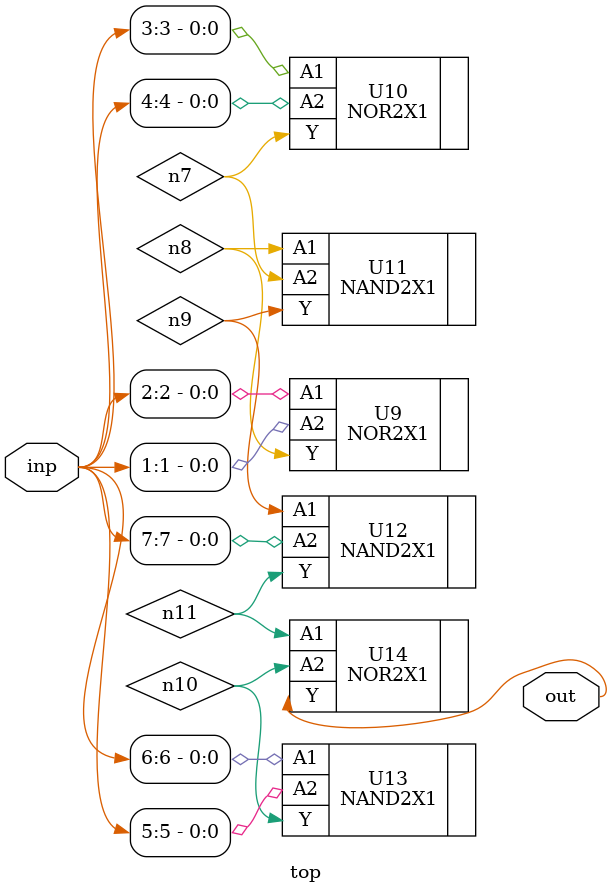
<source format=sv>


module top ( inp, out );
  input [7:0] inp;
  output out;
  wire   n7, n8, n9, n10, n11;

  NOR2X1 U9 ( .A1(inp[2]), .A2(inp[1]), .Y(n8) );
  NOR2X1 U10 ( .A1(inp[3]), .A2(inp[4]), .Y(n7) );
  NAND2X1 U11 ( .A1(n8), .A2(n7), .Y(n9) );
  NAND2X1 U12 ( .A1(n9), .A2(inp[7]), .Y(n11) );
  NAND2X1 U13 ( .A1(inp[6]), .A2(inp[5]), .Y(n10) );
  NOR2X1 U14 ( .A1(n11), .A2(n10), .Y(out) );
endmodule


</source>
